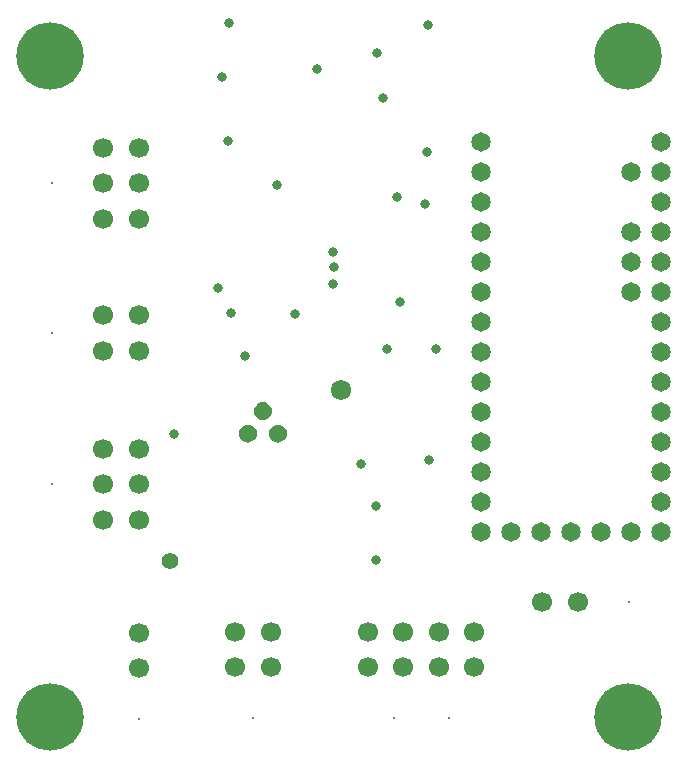
<source format=gbs>
G04 Layer_Color=16711935*
%FSLAX44Y44*%
%MOMM*%
G71*
G01*
G75*
%ADD41C,1.7000*%
%ADD42C,0.2000*%
%ADD43C,1.6478*%
%ADD44C,5.7000*%
%ADD45C,1.7240*%
%ADD46C,0.8000*%
%ADD47C,1.4000*%
G36*
X214568Y296346D02*
X216402Y295586D01*
X217978Y294378D01*
X219186Y292803D01*
X219946Y290968D01*
X220205Y289000D01*
X219946Y287032D01*
X219186Y285198D01*
X217978Y283623D01*
X216402Y282414D01*
X214568Y281654D01*
X212600Y281395D01*
X210632Y281654D01*
X208797Y282414D01*
X207222Y283623D01*
X206014Y285198D01*
X205254Y287032D01*
X204995Y289000D01*
X205254Y290968D01*
X206014Y292803D01*
X207222Y294378D01*
X208797Y295586D01*
X210632Y296346D01*
X212600Y296605D01*
X214568Y296346D01*
D02*
G37*
G36*
X239968D02*
X241803Y295586D01*
X243378Y294378D01*
X244586Y292803D01*
X245346Y290968D01*
X245605Y289000D01*
X245346Y287032D01*
X244586Y285198D01*
X243378Y283623D01*
X241803Y282414D01*
X239968Y281654D01*
X238000Y281395D01*
X236032Y281654D01*
X234198Y282414D01*
X232622Y283623D01*
X231414Y285198D01*
X230654Y287032D01*
X230395Y289000D01*
X230654Y290968D01*
X231414Y292803D01*
X232622Y294378D01*
X234198Y295586D01*
X236032Y296346D01*
X238000Y296605D01*
X239968Y296346D01*
D02*
G37*
G36*
X227268Y315396D02*
X229102Y314636D01*
X230678Y313428D01*
X231886Y311853D01*
X232646Y310019D01*
X232905Y308050D01*
X232646Y306082D01*
X231886Y304248D01*
X230678Y302673D01*
X229102Y301464D01*
X227268Y300704D01*
X225300Y300445D01*
X223332Y300704D01*
X221497Y301464D01*
X219922Y302673D01*
X218714Y304248D01*
X217954Y306082D01*
X217695Y308050D01*
X217954Y310019D01*
X218714Y311853D01*
X219922Y313428D01*
X221497Y314636D01*
X223332Y315396D01*
X225300Y315655D01*
X227268Y315396D01*
D02*
G37*
D41*
X120000Y90200D02*
D03*
Y120200D02*
D03*
X120200Y216000D02*
D03*
X90200D02*
D03*
Y246000D02*
D03*
X120200D02*
D03*
Y276000D02*
D03*
X90200D02*
D03*
X374000Y121000D02*
D03*
Y91000D02*
D03*
X344000D02*
D03*
Y121000D02*
D03*
X314000D02*
D03*
Y91000D02*
D03*
X404000Y121000D02*
D03*
Y91000D02*
D03*
X120000Y471000D02*
D03*
X90000D02*
D03*
Y501000D02*
D03*
X120000D02*
D03*
Y531000D02*
D03*
X90000D02*
D03*
X232000Y91000D02*
D03*
Y121000D02*
D03*
X202000D02*
D03*
Y91000D02*
D03*
X491800Y146000D02*
D03*
X461800D02*
D03*
X90000Y359000D02*
D03*
X120000D02*
D03*
Y389000D02*
D03*
X90000D02*
D03*
D42*
X120000Y47000D02*
D03*
X47000Y246000D02*
D03*
X336000Y47800D02*
D03*
X383000D02*
D03*
X46800Y501000D02*
D03*
X217000Y47800D02*
D03*
X535000Y146000D02*
D03*
X46800Y374000D02*
D03*
D43*
X409600Y535600D02*
D03*
Y510200D02*
D03*
Y484800D02*
D03*
Y459400D02*
D03*
Y434000D02*
D03*
Y408600D02*
D03*
Y383200D02*
D03*
Y357800D02*
D03*
Y332400D02*
D03*
Y307000D02*
D03*
Y281600D02*
D03*
Y256200D02*
D03*
Y230800D02*
D03*
Y205400D02*
D03*
X435000D02*
D03*
X460400D02*
D03*
X485800D02*
D03*
X511200D02*
D03*
X536600D02*
D03*
X562000D02*
D03*
Y230800D02*
D03*
Y256200D02*
D03*
Y281600D02*
D03*
Y307000D02*
D03*
Y332400D02*
D03*
Y357800D02*
D03*
Y383200D02*
D03*
Y408600D02*
D03*
Y434000D02*
D03*
Y459400D02*
D03*
Y484800D02*
D03*
Y510200D02*
D03*
Y535600D02*
D03*
X536600Y510200D02*
D03*
Y459400D02*
D03*
Y434000D02*
D03*
Y408600D02*
D03*
D44*
X45000Y609000D02*
D03*
X534000D02*
D03*
Y49000D02*
D03*
X45000Y49000D02*
D03*
D45*
X291000Y326000D02*
D03*
D46*
X326750Y573250D02*
D03*
X198500Y390750D02*
D03*
X362500Y483250D02*
D03*
X285250Y430250D02*
D03*
X196500Y636750D02*
D03*
X364250Y527000D02*
D03*
X285000Y442500D02*
D03*
X271000Y598000D02*
D03*
X191000Y591000D02*
D03*
X322000Y611000D02*
D03*
X196000Y537000D02*
D03*
X237000Y499750D02*
D03*
X321000Y181750D02*
D03*
Y228000D02*
D03*
X330000Y361000D02*
D03*
X308000Y263000D02*
D03*
X150000Y289000D02*
D03*
X372000Y361000D02*
D03*
X210000Y355000D02*
D03*
X341000Y400000D02*
D03*
X285000Y416000D02*
D03*
X252703Y390297D02*
D03*
X366000Y267000D02*
D03*
X338750Y489000D02*
D03*
X187000Y412250D02*
D03*
X365000Y635000D02*
D03*
D47*
X146500Y181500D02*
D03*
M02*

</source>
